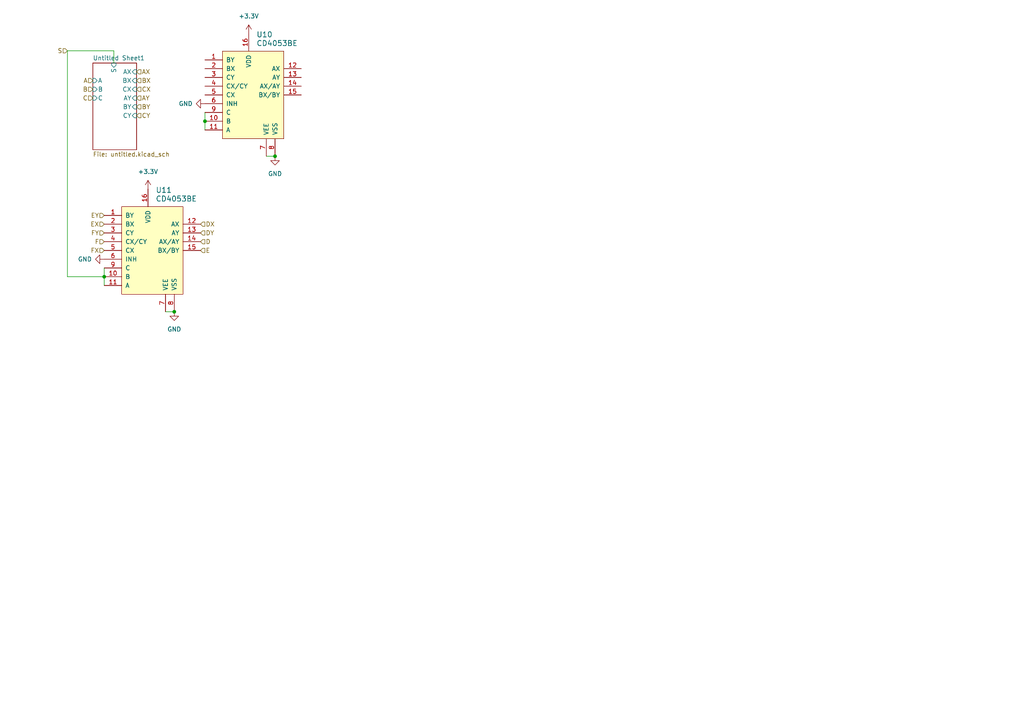
<source format=kicad_sch>
(kicad_sch (version 20230121) (generator eeschema)
  (paper "A4")
  (lib_symbols
    (symbol "dk_Interface-Analog-Switches-Multiplexers-Demultiplexers:CD4053BE" (pin_names (offset 1.016))
      (property "Reference" "U" (at -7.62 15.24 0))
      (property "Value" "CD4053BE" (at 17.78 -20.32 0))
      (symbol "CD4053BE_0_1"
        (rectangle (start -7.62 12.7) (end 10.16 -12.7) (fill (type background)))
      )
      (symbol "CD4053BE_1_1"
        (pin bidirectional line (at -12.7 10.16 0) (length 5.08) (name "BY") (number "1"))
        (pin input line (at -12.7 -7.62 0) (length 5.08) (name "B") (number "10"))
        (pin input line (at -12.7 -10.16 0) (length 5.08) (name "A") (number "11"))
        (pin bidirectional line (at 15.24 7.62 180) (length 5.08) (name "AX") (number "12"))
        (pin bidirectional line (at 15.24 5.08 180) (length 5.08) (name "AY") (number "13"))
        (pin bidirectional line (at 15.24 2.54 180) (length 5.08) (name "AX/AY") (number "14"))
        (pin bidirectional line (at 15.24 0 180) (length 5.08) (name "BX/BY") (number "15"))
        (pin power_in line (at 0 17.78 270) (length 5.08) (name "VDD") (number "16"))
        (pin bidirectional line (at -12.7 7.62 0) (length 5.08) (name "BX") (number "2"))
        (pin bidirectional line (at -12.7 5.08 0) (length 5.08) (name "CY") (number "3"))
        (pin bidirectional line (at -12.7 2.54 0) (length 5.08) (name "CX/CY") (number "4"))
        (pin bidirectional line (at -12.7 0 0) (length 5.08) (name "CX") (number "5"))
        (pin input line (at -12.7 -2.54 0) (length 5.08) (name "INH") (number "6"))
        (pin power_in line (at 5.08 -17.78 90) (length 5.08) (name "VEE") (number "7"))
        (pin power_in line (at 7.62 -17.78 90) (length 5.08) (name "VSS") (number "8"))
        (pin input line (at -12.7 -5.08 0) (length 5.08) (name "C") (number "9"))
      )
    )
    (symbol "power:+3.3V" (power) (pin_names (offset 0))
      (property "Value" "+3.3V" (at 0 3.556 0))
      (symbol "+3.3V_0_1"
        (polyline (pts (xy -0.762 1.27) (xy 0 2.54)))
        (polyline (pts (xy 0 0) (xy 0 2.54)))
        (polyline (pts (xy 0 2.54) (xy 0.762 1.27)))
      )
      (symbol "+3.3V_1_1"
        (pin power_in line (at 0 0 90) (length 0) hide (name "+3.3V") (number "1"))
      )
    )
    (symbol "power:GND" (power) (pin_names (offset 0))
      (property "Value" "GND" (at 0 -3.81 0))
      (symbol "GND_0_1"
        (polyline (pts (xy 0 0) (xy 0 -1.27) (xy 1.27 -1.27) (xy 0 -2.54) (xy -1.27 -1.27) (xy 0 -1.27)))
      )
      (symbol "GND_1_1"
        (pin power_in line (at 0 0 270) (length 0) hide (name "GND") (number "1"))
      )
    )
  )
  (junction (at 50.546 90.424))
  (junction (at 59.4473 35.1578))
  (junction (at 30.226 80.264))
  (junction (at 79.7673 45.3178))
  (wire (pts (xy 48.006 90.424) (xy 50.546 90.424)))
  (wire (pts (xy 59.4473 35.1578) (xy 59.4473 37.6978)))
  (wire (pts (xy 30.226 77.724) (xy 30.226 80.264)))
  (wire (pts (xy 19.558 14.732) (xy 33.02 14.732)))
  (wire (pts (xy 77.2273 45.3178) (xy 79.7673 45.3178)))
  (wire (pts (xy 19.558 80.264) (xy 30.226 80.264)))
  (wire (pts (xy 30.226 80.264) (xy 30.226 82.804)))
  (wire (pts (xy 33.02 14.732) (xy 33.02 18.288)))
  (wire (pts (xy 59.4473 32.6178) (xy 59.4473 35.1578)))
  (wire (pts (xy 19.558 14.732) (xy 19.558 80.264)))
  (hierarchical_label "EX" (shape input) (at 30.226 65.024 180))
  (hierarchical_label "S" (shape input) (at 19.558 14.732 180))
  (hierarchical_label "C" (shape input) (at 26.924 28.448 180))
  (hierarchical_label "B" (shape input) (at 26.924 25.908 180))
  (hierarchical_label "D" (shape input) (at 58.166 70.104 0))
  (hierarchical_label "CY" (shape input) (at 39.624 33.528 0))
  (hierarchical_label "E" (shape input) (at 58.166 72.644 0))
  (hierarchical_label "DX" (shape input) (at 58.166 65.024 0))
  (hierarchical_label "A" (shape input) (at 26.924 23.368 180))
  (hierarchical_label "AY" (shape input) (at 39.624 28.448 0))
  (hierarchical_label "FX" (shape input) (at 30.226 72.644 180))
  (hierarchical_label "FY" (shape input) (at 30.226 67.564 180))
  (hierarchical_label "F" (shape input) (at 30.226 70.104 180))
  (hierarchical_label "BX" (shape input) (at 39.624 23.368 0))
  (hierarchical_label "AX" (shape input) (at 39.624 20.828 0))
  (hierarchical_label "CX" (shape input) (at 39.624 25.908 0))
  (hierarchical_label "EY" (shape input) (at 30.226 62.484 180))
  (hierarchical_label "DY" (shape input) (at 58.166 67.564 0))
  (hierarchical_label "BY" (shape input) (at 39.624 30.988 0))
  (symbol (lib_id "power:GND") (at 30.226 75.184 270) (unit 1)
    (property "Reference" "#PWR032" (effects hide))
    (property "Value" "GND" (at 26.67 75.184 90) (effects (justify right)))
  )
  (symbol (lib_id "power:GND") (at 50.546 90.424 0) (unit 1)
    (property "Reference" "#PWR034" (effects hide))
    (property "Value" "GND" (at 50.546 95.504 0))
  )
  (symbol (lib_id "power:+3.3V") (at 72.1473 9.7578 0) (unit 1)
    (property "Reference" "#PWR030" (effects hide))
    (property "Value" "+3.3V" (at 72.1473 4.6778 0))
  )
  (symbol (lib_id "dk_Interface-Analog-Switches-Multiplexers-Demultiplexers:CD4053BE") (at 72.1473 27.5378 0) (unit 1)
    (property "Reference" "U10" (at 74.3414 10.0118 0) (effects (font (size 1.524 1.524)) (justify left)))
    (property "Value" "CD4053BE" (at 74.3414 12.5518 0) (effects (font (size 1.524 1.524)) (justify left)))
    (property "Footprint" "digikey-footprints:DIP-16_W7.62mm" (effects hide))
    (property "Datasheet" "http://www.ti.com/general/docs/suppproductinfo.tsp?distId=10&gotoUrl=http%3A%2F%2Fwww.ti.com%2Flit%2Fgpn%2Fcd4051b" (effects hide))
    (property "Digi-Key_PN" "296-2059-ND" (effects hide))
    (property "MPN" "CD4053BE" (effects hide))
    (property "Category" "Integrated Circuits (ICs)" (effects hide))
    (property "Family" "Interface - Analog Switches, Multiplexers, Demultiplexers" (effects hide))
    (property "DK_Datasheet_Link" "http://www.ti.com/general/docs/suppproductinfo.tsp?distId=10&gotoUrl=http%3A%2F%2Fwww.ti.com%2Flit%2Fgpn%2Fcd4051b" (effects hide))
    (property "DK_Detail_Page" "/product-detail/en/texas-instruments/CD4053BE/296-2059-ND/67309" (effects hide))
    (property "Description" "IC MUX/DEMUX TRIPLE 2X1 16DIP" (effects hide))
    (property "Manufacturer" "Texas Instruments" (effects hide))
    (property "Status" "Active" (effects hide))
  )
  (symbol (lib_id "power:GND") (at 59.4473 30.0778 270) (unit 1)
    (property "Reference" "#PWR029" (effects hide))
    (property "Value" "GND" (at 55.8913 30.0778 90) (effects (justify right)))
  )
  (symbol (lib_id "power:GND") (at 79.7673 45.3178 0) (unit 1)
    (property "Reference" "#PWR031" (effects hide))
    (property "Value" "GND" (at 79.7673 50.3978 0))
  )
  (symbol (lib_id "dk_Interface-Analog-Switches-Multiplexers-Demultiplexers:CD4053BE") (at 42.926 72.644 0) (unit 1)
    (property "Reference" "U11" (at 45.1201 55.118 0) (effects (font (size 1.524 1.524)) (justify left)))
    (property "Value" "CD4053BE" (at 45.1201 57.658 0) (effects (font (size 1.524 1.524)) (justify left)))
    (property "Footprint" "digikey-footprints:DIP-16_W7.62mm" (effects hide))
    (property "Datasheet" "http://www.ti.com/general/docs/suppproductinfo.tsp?distId=10&gotoUrl=http%3A%2F%2Fwww.ti.com%2Flit%2Fgpn%2Fcd4051b" (effects hide))
    (property "Digi-Key_PN" "296-2059-ND" (effects hide))
    (property "MPN" "CD4053BE" (effects hide))
    (property "Category" "Integrated Circuits (ICs)" (effects hide))
    (property "Family" "Interface - Analog Switches, Multiplexers, Demultiplexers" (effects hide))
    (property "DK_Datasheet_Link" "http://www.ti.com/general/docs/suppproductinfo.tsp?distId=10&gotoUrl=http%3A%2F%2Fwww.ti.com%2Flit%2Fgpn%2Fcd4051b" (effects hide))
    (property "DK_Detail_Page" "/product-detail/en/texas-instruments/CD4053BE/296-2059-ND/67309" (effects hide))
    (property "Description" "IC MUX/DEMUX TRIPLE 2X1 16DIP" (effects hide))
    (property "Manufacturer" "Texas Instruments" (effects hide))
    (property "Status" "Active" (effects hide))
  )
  (symbol (lib_id "power:+3.3V") (at 42.926 54.864 0) (unit 1)
    (property "Reference" "#PWR033" (effects hide))
    (property "Value" "+3.3V" (at 42.926 49.784 0))
  )
  (sheet (at 26.924 18.288) (size 12.7 25.146) (stroke (width 0.1524))
    (property "Sheetname" "Untitled Sheet1" (at 26.924 17.5764 0) (effects (justify left bottom)))
    (property "Sheetfile" "untitled.kicad_sch" (at 26.924 44.0186 0) (effects (justify left top)))
    (pin "S" input (at 33.02 18.288 90))
    (pin "A" input (at 26.924 23.368 180))
    (pin "AY" input (at 39.624 28.448 0))
    (pin "AX" input (at 39.624 20.828 0))
    (pin "B" input (at 26.924 25.908 180))
    (pin "C" input (at 26.924 28.448 180))
    (pin "CY" input (at 39.624 33.528 0))
    (pin "BX" input (at 39.624 23.368 0))
    (pin "BY" input (at 39.624 30.988 0))
    (pin "CX" input (at 39.624 25.908 0))
  )
)
</source>
